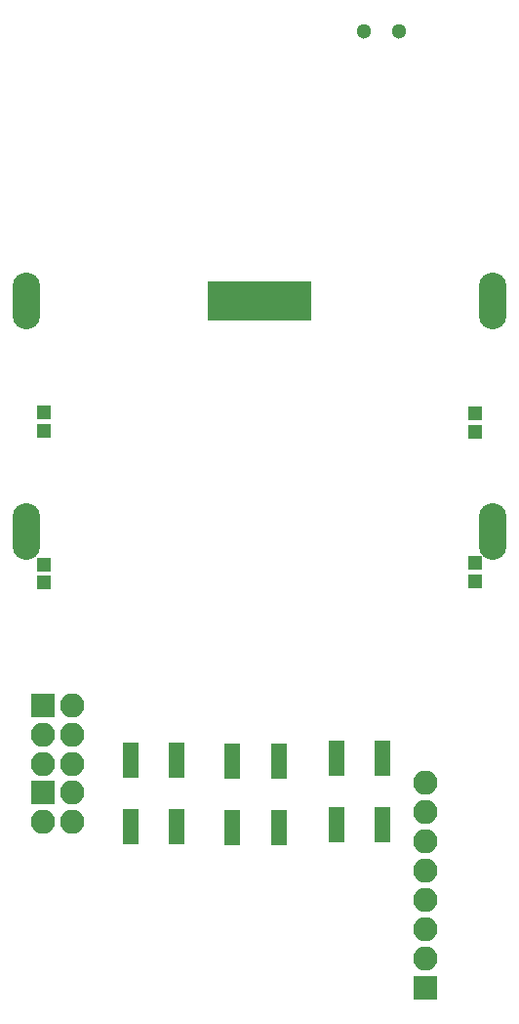
<source format=gbr>
G04 #@! TF.FileFunction,Soldermask,Top*
%FSLAX46Y46*%
G04 Gerber Fmt 4.6, Leading zero omitted, Abs format (unit mm)*
G04 Created by KiCad (PCBNEW 4.0.6) date Wed Oct 31 16:11:11 2018*
%MOMM*%
%LPD*%
G01*
G04 APERTURE LIST*
%ADD10C,0.100000*%
%ADD11R,2.100000X2.100000*%
%ADD12O,2.100000X2.100000*%
%ADD13C,1.900000*%
%ADD14O,2.400000X4.900000*%
%ADD15R,1.000000X3.400000*%
%ADD16R,1.200000X1.200000*%
%ADD17C,1.300000*%
%ADD18R,1.400000X3.150000*%
G04 APERTURE END LIST*
D10*
D11*
X40460000Y-108920000D03*
D12*
X43000000Y-108920000D03*
X40460000Y-111460000D03*
X43000000Y-111460000D03*
X40460000Y-114000000D03*
X43000000Y-114000000D03*
D11*
X40460000Y-116460000D03*
D12*
X43000000Y-116460000D03*
X40460000Y-119000000D03*
X43000000Y-119000000D03*
D13*
X79530000Y-94300000D03*
X79530000Y-93050000D03*
X39030000Y-94550000D03*
X39030000Y-93300000D03*
X39030000Y-95050000D03*
X39030000Y-92550000D03*
X39030000Y-75050000D03*
X39030000Y-74550000D03*
X39030000Y-72550000D03*
X39030000Y-73050000D03*
X79530000Y-95050000D03*
X79530000Y-92550000D03*
X79530000Y-74300000D03*
D14*
X79530000Y-93800000D03*
X39030000Y-93800000D03*
X79530000Y-73800000D03*
X39030000Y-73800000D03*
D15*
X63280000Y-73800000D03*
X62280000Y-73800000D03*
X61280000Y-73800000D03*
X60280000Y-73800000D03*
X55280000Y-73800000D03*
X56280000Y-73800000D03*
X59280000Y-73800000D03*
X58280000Y-73800000D03*
X57280000Y-73800000D03*
D13*
X79530000Y-72550000D03*
X79530000Y-75050000D03*
X79530000Y-73050000D03*
D16*
X78030000Y-85170000D03*
X78030000Y-83570000D03*
X40540000Y-83500000D03*
X40540000Y-85100000D03*
X77980000Y-96540000D03*
X77980000Y-98140000D03*
X40530000Y-96660000D03*
X40530000Y-98260000D03*
D17*
X68350000Y-50470000D03*
X71350000Y-50470000D03*
D11*
X73634600Y-133324600D03*
D12*
X73634600Y-130784600D03*
X73634600Y-128244600D03*
X73634600Y-125704600D03*
X73634600Y-123164600D03*
X73634600Y-120624600D03*
X73634600Y-118084600D03*
X73634600Y-115544600D03*
D18*
X48088800Y-119359400D03*
X48088800Y-113609400D03*
X52088800Y-113609400D03*
X52088800Y-119359400D03*
X56946800Y-119430800D03*
X56946800Y-113680800D03*
X60946800Y-113680800D03*
X60946800Y-119430800D03*
X65938400Y-119227600D03*
X65938400Y-113477600D03*
X69938400Y-113477600D03*
X69938400Y-119227600D03*
M02*

</source>
